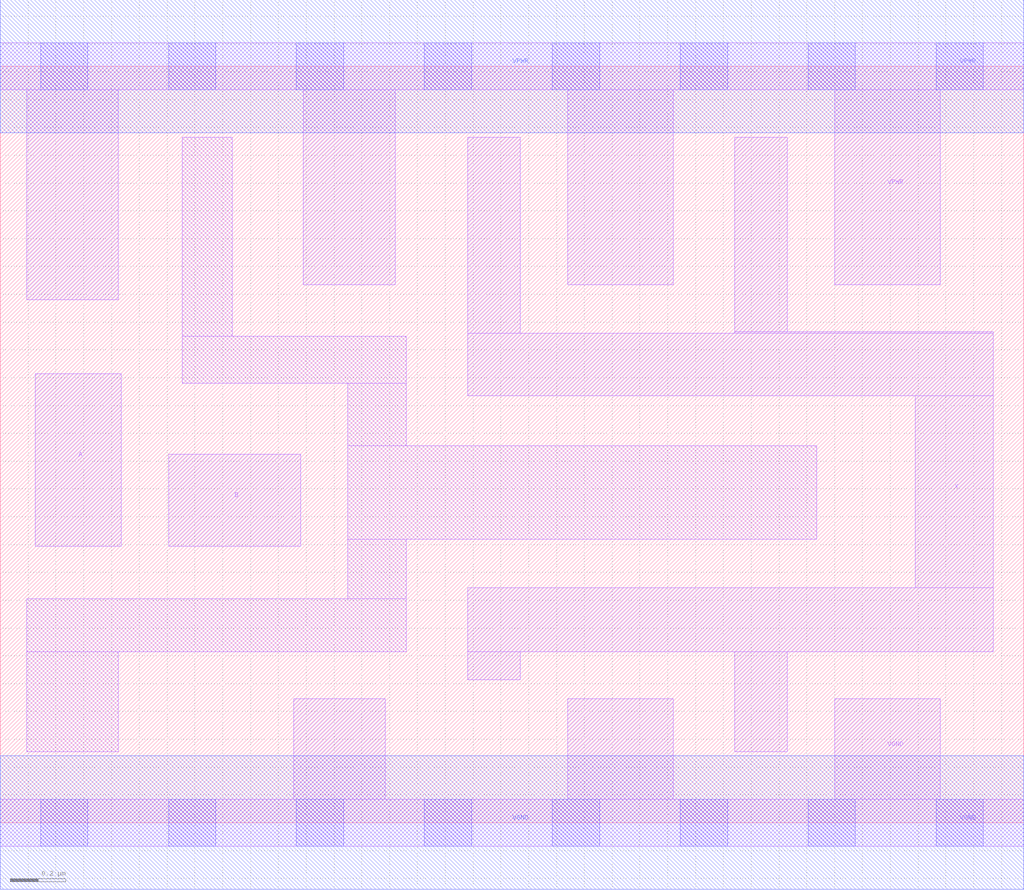
<source format=lef>
# Copyright 2020 The SkyWater PDK Authors
#
# Licensed under the Apache License, Version 2.0 (the "License");
# you may not use this file except in compliance with the License.
# You may obtain a copy of the License at
#
#     https://www.apache.org/licenses/LICENSE-2.0
#
# Unless required by applicable law or agreed to in writing, software
# distributed under the License is distributed on an "AS IS" BASIS,
# WITHOUT WARRANTIES OR CONDITIONS OF ANY KIND, either express or implied.
# See the License for the specific language governing permissions and
# limitations under the License.
#
# SPDX-License-Identifier: Apache-2.0

VERSION 5.7 ;
  NAMESCASESENSITIVE ON ;
  NOWIREEXTENSIONATPIN ON ;
  DIVIDERCHAR "/" ;
  BUSBITCHARS "[]" ;
UNITS
  DATABASE MICRONS 200 ;
END UNITS
PROPERTYDEFINITIONS
  MACRO maskLayoutSubType STRING ;
  MACRO prCellType STRING ;
  MACRO originalViewName STRING ;
END PROPERTYDEFINITIONS
MACRO sky130_fd_sc_hdll__and2_4
  CLASS CORE ;
  FOREIGN sky130_fd_sc_hdll__and2_4 ;
  ORIGIN  0.000000  0.000000 ;
  SIZE  3.680000 BY  2.720000 ;
  SYMMETRY X Y R90 ;
  SITE unithd ;
  PIN A
    ANTENNAGATEAREA  0.277500 ;
    DIRECTION INPUT ;
    USE SIGNAL ;
    PORT
      LAYER li1 ;
        RECT 0.125000 0.995000 0.435000 1.615000 ;
    END
  END A
  PIN B
    ANTENNAGATEAREA  0.277500 ;
    DIRECTION INPUT ;
    USE SIGNAL ;
    PORT
      LAYER li1 ;
        RECT 0.605000 0.995000 1.080000 1.325000 ;
    END
  END B
  PIN VGND
    ANTENNADIFFAREA  0.708500 ;
    DIRECTION INOUT ;
    USE SIGNAL ;
    PORT
      LAYER li1 ;
        RECT 0.000000 -0.085000 3.680000 0.085000 ;
        RECT 1.055000  0.085000 1.385000 0.445000 ;
        RECT 2.040000  0.085000 2.420000 0.445000 ;
        RECT 3.000000  0.085000 3.380000 0.445000 ;
      LAYER mcon ;
        RECT 0.145000 -0.085000 0.315000 0.085000 ;
        RECT 0.605000 -0.085000 0.775000 0.085000 ;
        RECT 1.065000 -0.085000 1.235000 0.085000 ;
        RECT 1.525000 -0.085000 1.695000 0.085000 ;
        RECT 1.985000 -0.085000 2.155000 0.085000 ;
        RECT 2.445000 -0.085000 2.615000 0.085000 ;
        RECT 2.905000 -0.085000 3.075000 0.085000 ;
        RECT 3.365000 -0.085000 3.535000 0.085000 ;
      LAYER met1 ;
        RECT 0.000000 -0.240000 3.680000 0.240000 ;
    END
  END VGND
  PIN VPWR
    ANTENNADIFFAREA  1.245000 ;
    DIRECTION INOUT ;
    USE SIGNAL ;
    PORT
      LAYER li1 ;
        RECT 0.000000 2.635000 3.680000 2.805000 ;
        RECT 0.095000 1.880000 0.425000 2.635000 ;
        RECT 1.090000 1.935000 1.420000 2.635000 ;
        RECT 2.040000 1.935000 2.420000 2.635000 ;
        RECT 3.000000 1.935000 3.380000 2.635000 ;
      LAYER mcon ;
        RECT 0.145000 2.635000 0.315000 2.805000 ;
        RECT 0.605000 2.635000 0.775000 2.805000 ;
        RECT 1.065000 2.635000 1.235000 2.805000 ;
        RECT 1.525000 2.635000 1.695000 2.805000 ;
        RECT 1.985000 2.635000 2.155000 2.805000 ;
        RECT 2.445000 2.635000 2.615000 2.805000 ;
        RECT 2.905000 2.635000 3.075000 2.805000 ;
        RECT 3.365000 2.635000 3.535000 2.805000 ;
      LAYER met1 ;
        RECT 0.000000 2.480000 3.680000 2.960000 ;
    END
  END VPWR
  PIN X
    ANTENNADIFFAREA  1.061500 ;
    DIRECTION OUTPUT ;
    USE SIGNAL ;
    PORT
      LAYER li1 ;
        RECT 1.680000 0.515000 1.870000 0.615000 ;
        RECT 1.680000 0.615000 3.570000 0.845000 ;
        RECT 1.680000 1.535000 3.570000 1.760000 ;
        RECT 1.680000 1.760000 1.870000 2.465000 ;
        RECT 2.640000 0.255000 2.830000 0.615000 ;
        RECT 2.640000 1.760000 3.570000 1.765000 ;
        RECT 2.640000 1.765000 2.830000 2.465000 ;
        RECT 3.290000 0.845000 3.570000 1.535000 ;
    END
  END X
  OBS
    LAYER li1 ;
      RECT 0.095000 0.255000 0.425000 0.615000 ;
      RECT 0.095000 0.615000 1.460000 0.805000 ;
      RECT 0.655000 1.580000 1.460000 1.750000 ;
      RECT 0.655000 1.750000 0.835000 2.465000 ;
      RECT 1.250000 0.805000 1.460000 1.020000 ;
      RECT 1.250000 1.020000 2.935000 1.355000 ;
      RECT 1.250000 1.355000 1.460000 1.580000 ;
  END
  PROPERTY maskLayoutSubType "abstract" ;
  PROPERTY prCellType "standard" ;
  PROPERTY originalViewName "layout" ;
END sky130_fd_sc_hdll__and2_4

</source>
